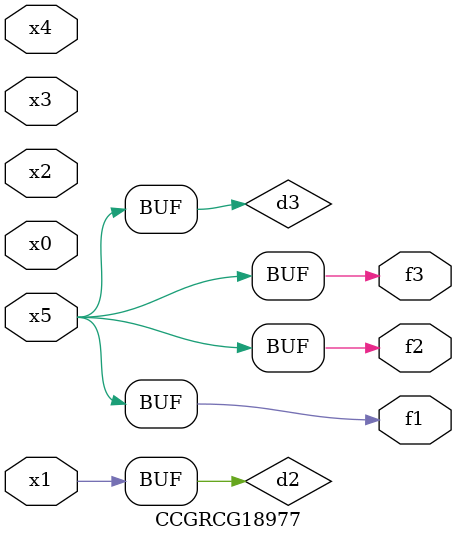
<source format=v>
module CCGRCG18977(
	input x0, x1, x2, x3, x4, x5,
	output f1, f2, f3
);

	wire d1, d2, d3;

	not (d1, x5);
	or (d2, x1);
	xnor (d3, d1);
	assign f1 = d3;
	assign f2 = d3;
	assign f3 = d3;
endmodule

</source>
